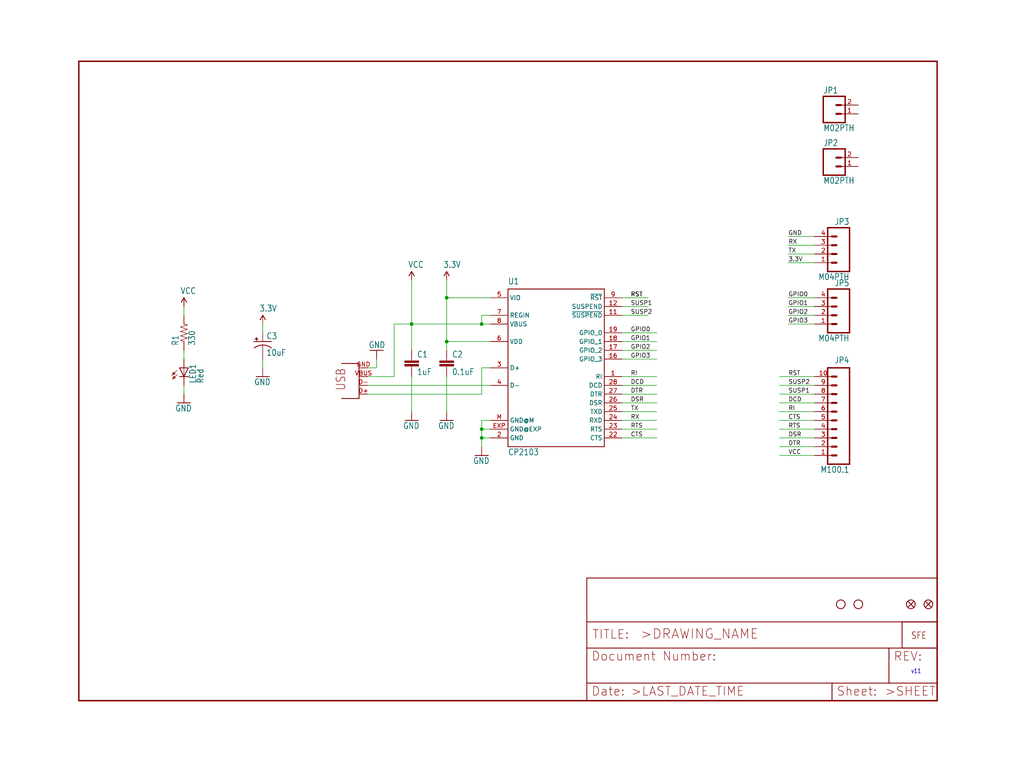
<source format=kicad_sch>
(kicad_sch (version 20211123) (generator eeschema)
  (paper "User" 297.002 223.926)
  (lib_symbols
    (symbol "eagleSchem-eagle-import:3.3V" (power)
      (property "Value" "3.3V" (at -1.016 3.556 0))
      (symbol "3.3V_1_0"
        (polyline (pts (xy 0 2.54) (xy -0.762 1.27)) (stroke (width 0.254)))
        (polyline (pts (xy 0.762 1.27) (xy 0 2.54)) (stroke (width 0.254)))
        (pin power_in line (at 0 0 90) (length 2.54) (name "3.3V") (number "1"))
      )
    )
    (symbol "eagleSchem-eagle-import:CAP0402"
      (property "Reference" "C" (at 1.524 2.921 0))
      (property "Value" "CAP0402" (at 1.524 -2.159 0))
      (symbol "CAP0402_1_0"
        (rectangle (start -2.032 0.508) (end 2.032 1.016) (fill (type outline)))
        (rectangle (start -2.032 1.524) (end 2.032 2.032) (fill (type outline)))
        (polyline (pts (xy 0 0) (xy 0 0.508)) (stroke (width 0.1524)))
        (polyline (pts (xy 0 2.54) (xy 0 2.032)) (stroke (width 0.1524)))
        (pin passive line (at 0 5.08 270) (length 2.54) (name "1") (number "1"))
        (pin passive line (at 0 -2.54 90) (length 2.54) (name "2") (number "2"))
      )
    )
    (symbol "eagleSchem-eagle-import:CAP_POL1206"
      (property "Reference" "C" (at 1.016 0.635 0))
      (property "Value" "CAP_POL1206" (at 1.016 -4.191 0))
      (symbol "CAP_POL1206_1_0"
        (rectangle (start -2.253 0.668) (end -1.364 0.795) (fill (type outline)))
        (rectangle (start -1.872 0.287) (end -1.745 1.176) (fill (type outline)))
        (arc (start 0 -1.0161) (mid -1.3021 -1.2302) (end -2.4669 -1.8504) (stroke (width 0.254)))
        (polyline (pts (xy -2.54 0) (xy 2.54 0)) (stroke (width 0.254)))
        (polyline (pts (xy 0 -1.016) (xy 0 -2.54)) (stroke (width 0.1524)))
        (arc (start 2.4892 -1.8542) (mid 1.3158 -1.2195) (end 0 -1) (stroke (width 0.254)))
        (pin passive line (at 0 2.54 270) (length 2.54) (name "+") (number "A"))
        (pin passive line (at 0 -5.08 90) (length 2.54) (name "-") (number "C"))
      )
    )
    (symbol "eagleSchem-eagle-import:CP2103_USB_UART"
      (property "Reference" "IC" (at -7.62 24.13 0))
      (property "Value" "CP2103_USB_UART" (at -7.62 -25.4 0))
      (symbol "CP2103_USB_UART_1_0"
        (polyline (pts (xy -7.62 -22.86) (xy -7.62 22.86)) (stroke (width 0.254)))
        (polyline (pts (xy -7.62 22.86) (xy 20.32 22.86)) (stroke (width 0.254)))
        (polyline (pts (xy 20.32 -22.86) (xy -7.62 -22.86)) (stroke (width 0.254)))
        (polyline (pts (xy 20.32 22.86) (xy 20.32 -22.86)) (stroke (width 0.254)))
        (pin input line (at 25.4 -2.54 180) (length 5.08) (name "RI") (number "1"))
        (pin output line (at 25.4 15.24 180) (length 5.08) (name "~{SUSPEND}") (number "11"))
        (pin output line (at 25.4 17.78 180) (length 5.08) (name "SUSPEND") (number "12"))
        (pin bidirectional line (at 25.4 2.54 180) (length 5.08) (name "GPIO_3") (number "16"))
        (pin bidirectional line (at 25.4 5.08 180) (length 5.08) (name "GPIO_2") (number "17"))
        (pin bidirectional line (at 25.4 7.62 180) (length 5.08) (name "GPIO_1") (number "18"))
        (pin bidirectional line (at 25.4 10.16 180) (length 5.08) (name "GPIO_0") (number "19"))
        (pin power_in line (at -12.7 -20.32 0) (length 5.08) (name "GND") (number "2"))
        (pin input line (at 25.4 -20.32 180) (length 5.08) (name "CTS") (number "22"))
        (pin output line (at 25.4 -17.78 180) (length 5.08) (name "RTS") (number "23"))
        (pin input line (at 25.4 -15.24 180) (length 5.08) (name "RXD") (number "24"))
        (pin output line (at 25.4 -12.7 180) (length 5.08) (name "TXD") (number "25"))
        (pin input line (at 25.4 -10.16 180) (length 5.08) (name "DSR") (number "26"))
        (pin output line (at 25.4 -7.62 180) (length 5.08) (name "DTR") (number "27"))
        (pin input line (at 25.4 -5.08 180) (length 5.08) (name "DCD") (number "28"))
        (pin bidirectional line (at -12.7 0 0) (length 5.08) (name "D+") (number "3"))
        (pin bidirectional line (at -12.7 -5.08 0) (length 5.08) (name "D-") (number "4"))
        (pin power_in line (at -12.7 20.32 0) (length 5.08) (name "VIO") (number "5"))
        (pin power_in line (at -12.7 7.62 0) (length 5.08) (name "VDD") (number "6"))
        (pin passive line (at -12.7 15.24 0) (length 5.08) (name "REGIN") (number "7"))
        (pin input line (at -12.7 12.7 0) (length 5.08) (name "VBUS") (number "8"))
        (pin bidirectional line (at 25.4 20.32 180) (length 5.08) (name "~{RST}") (number "9"))
        (pin power_in line (at -12.7 -17.78 0) (length 5.08) (name "GND@EXP") (number "EXP"))
        (pin power_in line (at -12.7 -15.24 0) (length 5.08) (name "GND@M") (number "M"))
      )
    )
    (symbol "eagleSchem-eagle-import:FIDUCIAL1X2"
      (symbol "FIDUCIAL1X2_1_0"
        (polyline (pts (xy -0.762 0.762) (xy 0.762 -0.762)) (stroke (width 0.254)))
        (polyline (pts (xy 0.762 0.762) (xy -0.762 -0.762)) (stroke (width 0.254)))
        (circle (center 0 0) (radius 1.27) (stroke (width 0.254)))
      )
    )
    (symbol "eagleSchem-eagle-import:FRAME-LETTER"
      (symbol "FRAME-LETTER_1_0"
        (polyline (pts (xy 0 0) (xy 248.92 0)) (stroke (width 0.4064)))
        (polyline (pts (xy 0 185.42) (xy 0 0)) (stroke (width 0.4064)))
        (polyline (pts (xy 0 185.42) (xy 248.92 185.42)) (stroke (width 0.4064)))
        (polyline (pts (xy 248.92 185.42) (xy 248.92 0)) (stroke (width 0.4064)))
      )
      (symbol "FRAME-LETTER_2_0"
        (polyline (pts (xy 0 0) (xy 0 5.08)) (stroke (width 0.254)))
        (polyline (pts (xy 0 0) (xy 71.12 0)) (stroke (width 0.254)))
        (polyline (pts (xy 0 5.08) (xy 0 15.24)) (stroke (width 0.254)))
        (polyline (pts (xy 0 5.08) (xy 71.12 5.08)) (stroke (width 0.254)))
        (polyline (pts (xy 0 15.24) (xy 0 22.86)) (stroke (width 0.254)))
        (polyline (pts (xy 0 22.86) (xy 0 35.56)) (stroke (width 0.254)))
        (polyline (pts (xy 0 22.86) (xy 101.6 22.86)) (stroke (width 0.254)))
        (polyline (pts (xy 71.12 0) (xy 101.6 0)) (stroke (width 0.254)))
        (polyline (pts (xy 71.12 5.08) (xy 71.12 0)) (stroke (width 0.254)))
        (polyline (pts (xy 71.12 5.08) (xy 87.63 5.08)) (stroke (width 0.254)))
        (polyline (pts (xy 87.63 5.08) (xy 101.6 5.08)) (stroke (width 0.254)))
        (polyline (pts (xy 87.63 15.24) (xy 0 15.24)) (stroke (width 0.254)))
        (polyline (pts (xy 87.63 15.24) (xy 87.63 5.08)) (stroke (width 0.254)))
        (polyline (pts (xy 101.6 5.08) (xy 101.6 0)) (stroke (width 0.254)))
        (polyline (pts (xy 101.6 15.24) (xy 87.63 15.24)) (stroke (width 0.254)))
        (polyline (pts (xy 101.6 15.24) (xy 101.6 5.08)) (stroke (width 0.254)))
        (polyline (pts (xy 101.6 22.86) (xy 101.6 15.24)) (stroke (width 0.254)))
        (polyline (pts (xy 101.6 35.56) (xy 0 35.56)) (stroke (width 0.254)))
        (polyline (pts (xy 101.6 35.56) (xy 101.6 22.86)) (stroke (width 0.254)))
        (text ">DRAWING_NAME" (at 15.494 17.78 0) (effects (font (size 2.7432 2.7432)) (justify left bottom)))
        (text ">LAST_DATE_TIME" (at 12.7 1.27 0) (effects (font (size 2.54 2.54)) (justify left bottom)))
        (text ">SHEET" (at 86.36 1.27 0) (effects (font (size 2.54 2.54)) (justify left bottom)))
        (text "Date:" (at 1.27 1.27 0) (effects (font (size 2.54 2.54)) (justify left bottom)))
        (text "Document Number:" (at 1.27 11.43 0) (effects (font (size 2.54 2.54)) (justify left bottom)))
        (text "REV:" (at 88.9 11.43 0) (effects (font (size 2.54 2.54)) (justify left bottom)))
        (text "Sheet:" (at 72.39 1.27 0) (effects (font (size 2.54 2.54)) (justify left bottom)))
        (text "TITLE:" (at 1.524 17.78 0) (effects (font (size 2.54 2.54)) (justify left bottom)))
      )
    )
    (symbol "eagleSchem-eagle-import:GND" (power)
      (property "Value" "GND" (at -2.54 -2.54 0))
      (symbol "GND_1_0"
        (polyline (pts (xy -1.905 0) (xy 1.905 0)) (stroke (width 0.254)))
        (pin power_in line (at 0 2.54 270) (length 2.54) (name "GND") (number "1"))
      )
    )
    (symbol "eagleSchem-eagle-import:LED1206"
      (property "Reference" "LED" (at 3.556 -4.572 90))
      (property "Value" "LED1206" (at 5.715 -4.572 90))
      (symbol "LED1206_1_0"
        (polyline (pts (xy -2.032 -0.762) (xy -3.429 -2.159)) (stroke (width 0.1524)))
        (polyline (pts (xy -1.905 -1.905) (xy -3.302 -3.302)) (stroke (width 0.1524)))
        (polyline (pts (xy 0 -2.54) (xy -1.27 -2.54)) (stroke (width 0.254)))
        (polyline (pts (xy 0 -2.54) (xy -1.27 0)) (stroke (width 0.254)))
        (polyline (pts (xy 0 0) (xy -1.27 0)) (stroke (width 0.254)))
        (polyline (pts (xy 0 0) (xy 0 -2.54)) (stroke (width 0.1524)))
        (polyline (pts (xy 1.27 -2.54) (xy 0 -2.54)) (stroke (width 0.254)))
        (polyline (pts (xy 1.27 0) (xy 0 -2.54)) (stroke (width 0.254)))
        (polyline (pts (xy 1.27 0) (xy 0 0)) (stroke (width 0.254)))
        (polyline (pts (xy -3.429 -2.159) (xy -3.048 -1.27) (xy -2.54 -1.778)) (fill (type outline)))
        (polyline (pts (xy -3.302 -3.302) (xy -2.921 -2.413) (xy -2.413 -2.921)) (fill (type outline)))
        (pin passive line (at 0 2.54 270) (length 2.54) (name "A") (number "A"))
        (pin passive line (at 0 -5.08 90) (length 2.54) (name "C") (number "C"))
      )
    )
    (symbol "eagleSchem-eagle-import:LOGO-SFENEW"
      (symbol "LOGO-SFENEW_1_0"
        (polyline (pts (xy -2.54 -2.54) (xy 7.62 -2.54)) (stroke (width 0.254)))
        (polyline (pts (xy -2.54 5.08) (xy -2.54 -2.54)) (stroke (width 0.254)))
        (polyline (pts (xy 7.62 -2.54) (xy 7.62 5.08)) (stroke (width 0.254)))
        (polyline (pts (xy 7.62 5.08) (xy -2.54 5.08)) (stroke (width 0.254)))
        (text "SFE" (at 0 0 0) (effects (font (size 1.9304 1.6408)) (justify left bottom)))
      )
    )
    (symbol "eagleSchem-eagle-import:M02PTH"
      (property "Reference" "JP" (at -2.54 5.842 0))
      (property "Value" "M02PTH" (at -2.54 -5.08 0))
      (symbol "M02PTH_1_0"
        (polyline (pts (xy -2.54 5.08) (xy -2.54 -2.54)) (stroke (width 0.4064)))
        (polyline (pts (xy -2.54 5.08) (xy 3.81 5.08)) (stroke (width 0.4064)))
        (polyline (pts (xy 1.27 0) (xy 2.54 0)) (stroke (width 0.6096)))
        (polyline (pts (xy 1.27 2.54) (xy 2.54 2.54)) (stroke (width 0.6096)))
        (polyline (pts (xy 3.81 -2.54) (xy -2.54 -2.54)) (stroke (width 0.4064)))
        (polyline (pts (xy 3.81 -2.54) (xy 3.81 5.08)) (stroke (width 0.4064)))
        (pin passive line (at 7.62 0 180) (length 5.08) (name "1") (number "1"))
        (pin passive line (at 7.62 2.54 180) (length 5.08) (name "2") (number "2"))
      )
    )
    (symbol "eagleSchem-eagle-import:M04PTH"
      (property "Reference" "JP" (at -5.08 8.382 0))
      (property "Value" "M04PTH" (at -5.08 -7.62 0))
      (symbol "M04PTH_1_0"
        (polyline (pts (xy -5.08 7.62) (xy -5.08 -5.08)) (stroke (width 0.4064)))
        (polyline (pts (xy -5.08 7.62) (xy 1.27 7.62)) (stroke (width 0.4064)))
        (polyline (pts (xy -1.27 -2.54) (xy 0 -2.54)) (stroke (width 0.6096)))
        (polyline (pts (xy -1.27 0) (xy 0 0)) (stroke (width 0.6096)))
        (polyline (pts (xy -1.27 2.54) (xy 0 2.54)) (stroke (width 0.6096)))
        (polyline (pts (xy -1.27 5.08) (xy 0 5.08)) (stroke (width 0.6096)))
        (polyline (pts (xy 1.27 -5.08) (xy -5.08 -5.08)) (stroke (width 0.4064)))
        (polyline (pts (xy 1.27 -5.08) (xy 1.27 7.62)) (stroke (width 0.4064)))
        (pin passive line (at 5.08 -2.54 180) (length 5.08) (name "1") (number "1"))
        (pin passive line (at 5.08 0 180) (length 5.08) (name "2") (number "2"))
        (pin passive line (at 5.08 2.54 180) (length 5.08) (name "3") (number "3"))
        (pin passive line (at 5.08 5.08 180) (length 5.08) (name "4") (number "4"))
      )
    )
    (symbol "eagleSchem-eagle-import:M100.1"
      (property "Reference" "JP" (at 0 8.89 0))
      (property "Value" "M100.1" (at 0 -22.86 0))
      (symbol "M100.1_1_0"
        (polyline (pts (xy 0 7.62) (xy 0 -20.32)) (stroke (width 0.4064)))
        (polyline (pts (xy 0 7.62) (xy 6.35 7.62)) (stroke (width 0.4064)))
        (polyline (pts (xy 3.81 -17.78) (xy 5.08 -17.78)) (stroke (width 0.6096)))
        (polyline (pts (xy 3.81 -15.24) (xy 5.08 -15.24)) (stroke (width 0.6096)))
        (polyline (pts (xy 3.81 -12.7) (xy 5.08 -12.7)) (stroke (width 0.6096)))
        (polyline (pts (xy 3.81 -10.16) (xy 5.08 -10.16)) (stroke (width 0.6096)))
        (polyline (pts (xy 3.81 -7.62) (xy 5.08 -7.62)) (stroke (width 0.6096)))
        (polyline (pts (xy 3.81 -5.08) (xy 5.08 -5.08)) (stroke (width 0.6096)))
        (polyline (pts (xy 3.81 -2.54) (xy 5.08 -2.54)) (stroke (width 0.6096)))
        (polyline (pts (xy 3.81 0) (xy 5.08 0)) (stroke (width 0.6096)))
        (polyline (pts (xy 3.81 2.54) (xy 5.08 2.54)) (stroke (width 0.6096)))
        (polyline (pts (xy 3.81 5.08) (xy 5.08 5.08)) (stroke (width 0.6096)))
        (polyline (pts (xy 6.35 -20.32) (xy 0 -20.32)) (stroke (width 0.4064)))
        (polyline (pts (xy 6.35 -20.32) (xy 6.35 7.62)) (stroke (width 0.4064)))
        (pin passive line (at 10.16 -17.78 180) (length 5.08) (name "1") (number "1"))
        (pin passive line (at 10.16 5.08 180) (length 5.08) (name "10") (number "10"))
        (pin passive line (at 10.16 -15.24 180) (length 5.08) (name "2") (number "2"))
        (pin passive line (at 10.16 -12.7 180) (length 5.08) (name "3") (number "3"))
        (pin passive line (at 10.16 -10.16 180) (length 5.08) (name "4") (number "4"))
        (pin passive line (at 10.16 -7.62 180) (length 5.08) (name "5") (number "5"))
        (pin passive line (at 10.16 -5.08 180) (length 5.08) (name "6") (number "6"))
        (pin passive line (at 10.16 -2.54 180) (length 5.08) (name "7") (number "7"))
        (pin passive line (at 10.16 0 180) (length 5.08) (name "8") (number "8"))
        (pin passive line (at 10.16 2.54 180) (length 5.08) (name "9") (number "9"))
      )
    )
    (symbol "eagleSchem-eagle-import:RESISTOR0402"
      (property "Reference" "R" (at -3.81 1.4986 0))
      (property "Value" "RESISTOR0402" (at -3.81 -3.302 0))
      (symbol "RESISTOR0402_1_0"
        (polyline (pts (xy -2.54 0) (xy -2.159 1.016)) (stroke (width 0.1524)))
        (polyline (pts (xy -2.159 1.016) (xy -1.524 -1.016)) (stroke (width 0.1524)))
        (polyline (pts (xy -1.524 -1.016) (xy -0.889 1.016)) (stroke (width 0.1524)))
        (polyline (pts (xy -0.889 1.016) (xy -0.254 -1.016)) (stroke (width 0.1524)))
        (polyline (pts (xy -0.254 -1.016) (xy 0.381 1.016)) (stroke (width 0.1524)))
        (polyline (pts (xy 0.381 1.016) (xy 1.016 -1.016)) (stroke (width 0.1524)))
        (polyline (pts (xy 1.016 -1.016) (xy 1.651 1.016)) (stroke (width 0.1524)))
        (polyline (pts (xy 1.651 1.016) (xy 2.286 -1.016)) (stroke (width 0.1524)))
        (polyline (pts (xy 2.286 -1.016) (xy 2.54 0)) (stroke (width 0.1524)))
        (pin passive line (at -5.08 0 0) (length 2.54) (name "1") (number "1"))
        (pin passive line (at 5.08 0 180) (length 2.54) (name "2") (number "2"))
      )
    )
    (symbol "eagleSchem-eagle-import:STAND-OFF"
      (symbol "STAND-OFF_1_0"
        (circle (center 0 0) (radius 1.27) (stroke (width 0.254)))
      )
    )
    (symbol "eagleSchem-eagle-import:USBPTH"
      (symbol "USBPTH_1_0"
        (polyline (pts (xy 0 -1.27) (xy 5.08 -1.27)) (stroke (width 0.254)))
        (polyline (pts (xy 0 8.89) (xy 0 -1.27)) (stroke (width 0.254)))
        (polyline (pts (xy 5.08 8.89) (xy 0 8.89)) (stroke (width 0.254)))
        (text "USB" (at 3.81 0 900) (effects (font (size 2.54 2.159)) (justify left bottom)))
        (pin bidirectional line (at -2.54 7.62 0) (length 2.54) (name "D+") (number "D+"))
        (pin bidirectional line (at -2.54 5.08 0) (length 2.54) (name "D-") (number "D-"))
        (pin bidirectional line (at -2.54 0 0) (length 2.54) (name "GND") (number "GND"))
        (pin bidirectional line (at -2.54 2.54 0) (length 2.54) (name "VBUS") (number "VBUS"))
      )
    )
    (symbol "eagleSchem-eagle-import:VCC" (power)
      (property "Value" "VCC" (at -1.016 3.556 0))
      (symbol "VCC_1_0"
        (polyline (pts (xy 0 2.54) (xy -0.762 1.27)) (stroke (width 0.254)))
        (polyline (pts (xy 0.762 1.27) (xy 0 2.54)) (stroke (width 0.254)))
        (pin power_in line (at 0 0 90) (length 2.54) (name "VCC") (number "1"))
      )
    )
  )
  (junction (at 119.38 93.98))
  (junction (at 139.7 127))
  (junction (at 129.54 99.06))
  (junction (at 129.54 86.36))
  (junction (at 139.7 93.98))
  (junction (at 139.7 124.46))
  (wire (pts (xy 139.7 124.46) (xy 142.24 124.46)))
  (wire (pts (xy 129.54 109.22) (xy 129.54 119.38)))
  (wire (pts (xy 114.3 93.98) (xy 119.38 93.98)))
  (wire (pts (xy 139.7 114.3) (xy 106.68 114.3)))
  (wire (pts (xy 180.34 109.22) (xy 190.5 109.22)))
  (wire (pts (xy 142.24 99.06) (xy 129.54 99.06)))
  (wire (pts (xy 129.54 99.06) (xy 129.54 86.36)))
  (wire (pts (xy 236.22 132.08) (xy 226.06 132.08)))
  (wire (pts (xy 236.22 93.98) (xy 228.6 93.98)))
  (wire (pts (xy 139.7 91.44) (xy 142.24 91.44)))
  (wire (pts (xy 236.22 129.54) (xy 226.06 129.54)))
  (wire (pts (xy 180.34 104.14) (xy 190.5 104.14)))
  (wire (pts (xy 180.34 114.3) (xy 190.5 114.3)))
  (wire (pts (xy 180.34 111.76) (xy 190.5 111.76)))
  (wire (pts (xy 106.68 111.76) (xy 142.24 111.76)))
  (wire (pts (xy 119.38 93.98) (xy 139.7 93.98)))
  (wire (pts (xy 139.7 127) (xy 142.24 127)))
  (wire (pts (xy 119.38 81.28) (xy 119.38 93.98)))
  (wire (pts (xy 119.38 101.6) (xy 119.38 93.98)))
  (wire (pts (xy 139.7 91.44) (xy 139.7 93.98)))
  (wire (pts (xy 129.54 101.6) (xy 129.54 99.06)))
  (wire (pts (xy 180.34 124.46) (xy 190.5 124.46)))
  (wire (pts (xy 106.68 109.22) (xy 114.3 109.22)))
  (wire (pts (xy 236.22 111.76) (xy 226.06 111.76)))
  (wire (pts (xy 236.22 76.2) (xy 228.6 76.2)))
  (wire (pts (xy 180.34 116.84) (xy 190.5 116.84)))
  (wire (pts (xy 180.34 119.38) (xy 190.5 119.38)))
  (wire (pts (xy 180.34 88.9) (xy 187.96 88.9)))
  (wire (pts (xy 180.34 91.44) (xy 187.96 91.44)))
  (wire (pts (xy 180.34 101.6) (xy 190.5 101.6)))
  (wire (pts (xy 139.7 121.92) (xy 139.7 124.46)))
  (wire (pts (xy 129.54 86.36) (xy 129.54 81.28)))
  (wire (pts (xy 180.34 96.52) (xy 190.5 96.52)))
  (wire (pts (xy 109.22 104.14) (xy 109.22 106.68)))
  (wire (pts (xy 142.24 86.36) (xy 129.54 86.36)))
  (wire (pts (xy 53.34 104.14) (xy 53.34 101.6)))
  (wire (pts (xy 180.34 121.92) (xy 190.5 121.92)))
  (wire (pts (xy 236.22 73.66) (xy 228.6 73.66)))
  (wire (pts (xy 53.34 88.9) (xy 53.34 91.44)))
  (wire (pts (xy 139.7 106.68) (xy 142.24 106.68)))
  (wire (pts (xy 109.22 106.68) (xy 106.68 106.68)))
  (wire (pts (xy 180.34 86.36) (xy 187.96 86.36)))
  (wire (pts (xy 236.22 124.46) (xy 226.06 124.46)))
  (wire (pts (xy 139.7 124.46) (xy 139.7 127)))
  (wire (pts (xy 76.2 106.68) (xy 76.2 104.14)))
  (wire (pts (xy 236.22 127) (xy 226.06 127)))
  (wire (pts (xy 119.38 119.38) (xy 119.38 109.22)))
  (wire (pts (xy 236.22 71.12) (xy 228.6 71.12)))
  (wire (pts (xy 139.7 106.68) (xy 139.7 114.3)))
  (wire (pts (xy 139.7 127) (xy 139.7 129.54)))
  (wire (pts (xy 236.22 68.58) (xy 228.6 68.58)))
  (wire (pts (xy 114.3 109.22) (xy 114.3 93.98)))
  (wire (pts (xy 236.22 116.84) (xy 226.06 116.84)))
  (wire (pts (xy 236.22 91.44) (xy 228.6 91.44)))
  (wire (pts (xy 236.22 121.92) (xy 226.06 121.92)))
  (wire (pts (xy 236.22 114.3) (xy 226.06 114.3)))
  (wire (pts (xy 236.22 119.38) (xy 226.06 119.38)))
  (wire (pts (xy 180.34 127) (xy 190.5 127)))
  (wire (pts (xy 236.22 86.36) (xy 228.6 86.36)))
  (wire (pts (xy 180.34 99.06) (xy 190.5 99.06)))
  (wire (pts (xy 53.34 114.3) (xy 53.34 111.76)))
  (wire (pts (xy 139.7 93.98) (xy 142.24 93.98)))
  (wire (pts (xy 76.2 93.98) (xy 76.2 96.52)))
  (wire (pts (xy 236.22 109.22) (xy 226.06 109.22)))
  (wire (pts (xy 236.22 88.9) (xy 228.6 88.9)))
  (wire (pts (xy 139.7 121.92) (xy 142.24 121.92)))
  (text "v11" (at 264.16 195.58 180) (effects (font (size 1.27 1.0795)) (justify left bottom)))
  (label "GPIO2" (at 182.88 101.6 0) (effects (font (size 1.2446 1.2446))))
  (label "TX" (at 228.6 73.66 0) (effects (font (size 1.2446 1.2446))))
  (label "RX" (at 182.88 121.92 0) (effects (font (size 1.2446 1.2446))))
  (label "3.3V" (at 228.6 76.2 0) (effects (font (size 1.2446 1.2446))))
  (label "RST" (at 182.88 86.36 0) (effects (font (size 1.2446 1.2446))))
  (label "DSR" (at 182.88 116.84 0) (effects (font (size 1.2446 1.2446))))
  (label "GND" (at 228.6 68.58 0) (effects (font (size 1.2446 1.2446))))
  (label "DTR" (at 182.88 114.3 0) (effects (font (size 1.2446 1.2446))))
  (label "GPIO0" (at 182.88 96.52 0) (effects (font (size 1.2446 1.2446))))
  (label "GPIO3" (at 228.6 93.98 0) (effects (font (size 1.2446 1.2446))))
  (label "VCC" (at 228.6 132.08 0) (effects (font (size 1.2446 1.2446))))
  (label "DTR" (at 228.6 129.54 0) (effects (font (size 1.2446 1.2446))))
  (label "SUSP1" (at 228.6 114.3 0) (effects (font (size 1.2446 1.2446))))
  (label "DCD" (at 228.6 116.84 0) (effects (font (size 1.2446 1.2446))))
  (label "SUSP2" (at 228.6 111.76 0) (effects (font (size 1.2446 1.2446))))
  (label "RTS" (at 228.6 124.46 0) (effects (font (size 1.2446 1.2446))))
  (label "GPIO2" (at 228.6 91.44 0) (effects (font (size 1.2446 1.2446))))
  (label "GPIO3" (at 182.88 104.14 0) (effects (font (size 1.2446 1.2446))))
  (label "SUSP1" (at 182.88 88.9 0) (effects (font (size 1.2446 1.2446))))
  (label "RI" (at 228.6 119.38 0) (effects (font (size 1.2446 1.2446))))
  (label "GPIO1" (at 182.88 99.06 0) (effects (font (size 1.2446 1.2446))))
  (label "CTS" (at 228.6 121.92 0) (effects (font (size 1.2446 1.2446))))
  (label "RTS" (at 182.88 124.46 0) (effects (font (size 1.2446 1.2446))))
  (label "RST" (at 228.6 109.22 0) (effects (font (size 1.2446 1.2446))))
  (label "RX" (at 228.6 71.12 0) (effects (font (size 1.2446 1.2446))))
  (label "CTS" (at 182.88 127 0) (effects (font (size 1.2446 1.2446))))
  (label "DCD" (at 182.88 111.76 0) (effects (font (size 1.2446 1.2446))))
  (label "RI" (at 182.88 109.22 0) (effects (font (size 1.2446 1.2446))))
  (label "RST" (at 182.88 86.36 0) (effects (font (size 1.2446 1.2446))))
  (label "SUSP2" (at 182.88 91.44 0) (effects (font (size 1.2446 1.2446))))
  (label "GPIO0" (at 228.6 86.36 0) (effects (font (size 1.2446 1.2446))))
  (label "DSR" (at 228.6 127 0) (effects (font (size 1.2446 1.2446))))
  (label "TX" (at 182.88 119.38 0) (effects (font (size 1.2446 1.2446))))
  (label "GPIO1" (at 228.6 88.9 0) (effects (font (size 1.2446 1.2446))))
  (symbol (lib_id "eagleSchem-eagle-import:LED1206") (at 53.34 106.68 0) (unit 1)
    (property "Reference" "LED1" (at 56.896 111.252 90) (effects (font (size 1.778 1.5113)) (justify left bottom)))
    (property "Value" "Red" (at 59.055 111.252 90) (effects (font (size 1.778 1.5113)) (justify left bottom)))
    (property "Footprint" "eagleSchem:LED-1206" (effects hide))
  )
  (symbol (lib_id "eagleSchem-eagle-import:3.3V") (at 76.2 93.98 0) (unit 1)
    (property "Reference" "#P+1" (effects hide))
    (property "Value" "3.3V" (at 75.184 90.424 0) (effects (font (size 1.778 1.5113)) (justify left bottom)))
    (property "Footprint" "eagleSchem:" (effects hide))
  )
  (symbol (lib_id "eagleSchem-eagle-import:STAND-OFF") (at 243.84 175.26 0) (unit 1)
    (property "Reference" "U$6" (effects hide))
    (property "Value" "STAND-OFF" (effects hide))
    (property "Footprint" "eagleSchem:STAND-OFF" (effects hide))
  )
  (symbol (lib_id "eagleSchem-eagle-import:GND") (at 53.34 116.84 0) (unit 1)
    (property "Reference" "#GND4" (effects hide))
    (property "Value" "GND" (at 50.8 119.38 0) (effects (font (size 1.778 1.5113)) (justify left bottom)))
    (property "Footprint" "eagleSchem:" (effects hide))
  )
  (symbol (lib_id "eagleSchem-eagle-import:STAND-OFF") (at 248.92 175.26 0) (unit 1)
    (property "Reference" "U$7" (effects hide))
    (property "Value" "STAND-OFF" (effects hide))
    (property "Footprint" "eagleSchem:STAND-OFF" (effects hide))
  )
  (symbol (lib_id "eagleSchem-eagle-import:GND") (at 109.22 101.6 180) (unit 1)
    (property "Reference" "#GND2" (effects hide))
    (property "Value" "GND" (at 111.76 99.06 0) (effects (font (size 1.778 1.5113)) (justify left bottom)))
    (property "Footprint" "eagleSchem:" (effects hide))
  )
  (symbol (lib_id "eagleSchem-eagle-import:GND") (at 119.38 121.92 0) (unit 1)
    (property "Reference" "#GND6" (effects hide))
    (property "Value" "GND" (at 116.84 124.46 0) (effects (font (size 1.778 1.5113)) (justify left bottom)))
    (property "Footprint" "eagleSchem:" (effects hide))
  )
  (symbol (lib_id "eagleSchem-eagle-import:CAP0402") (at 119.38 106.68 0) (unit 1)
    (property "Reference" "C1" (at 120.904 103.759 0) (effects (font (size 1.778 1.5113)) (justify left bottom)))
    (property "Value" "1uF" (at 120.904 108.839 0) (effects (font (size 1.778 1.5113)) (justify left bottom)))
    (property "Footprint" "eagleSchem:C0402" (effects hide))
  )
  (symbol (lib_id "eagleSchem-eagle-import:M04PTH") (at 241.3 91.44 0) (mirror y) (unit 1)
    (property "Reference" "JP5" (at 246.38 83.058 0) (effects (font (size 1.778 1.5113)) (justify left bottom)))
    (property "Value" "M04PTH" (at 246.38 99.06 0) (effects (font (size 1.778 1.5113)) (justify left bottom)))
    (property "Footprint" "eagleSchem:1X04" (effects hide))
  )
  (symbol (lib_id "eagleSchem-eagle-import:LOGO-SFENEW") (at 264.16 185.42 0) (unit 1)
    (property "Reference" "U$1" (effects hide))
    (property "Value" "LOGO-SFENEW" (effects hide))
    (property "Footprint" "eagleSchem:SFE-NEW-WEBLOGO" (effects hide))
  )
  (symbol (lib_id "eagleSchem-eagle-import:VCC") (at 53.34 88.9 0) (unit 1)
    (property "Reference" "#P+3" (effects hide))
    (property "Value" "VCC" (at 52.324 85.344 0) (effects (font (size 1.778 1.5113)) (justify left bottom)))
    (property "Footprint" "eagleSchem:" (effects hide))
  )
  (symbol (lib_id "eagleSchem-eagle-import:USBPTH") (at 104.14 106.68 180) (unit 1)
    (property "Reference" "X1" (effects hide))
    (property "Value" "USBPTH" (effects hide))
    (property "Footprint" "eagleSchem:USB-B-PTH" (effects hide))
  )
  (symbol (lib_id "eagleSchem-eagle-import:FRAME-LETTER") (at 170.18 203.2 0) (unit 2)
    (property "Reference" "#FRAME1" (effects hide))
    (property "Value" "FRAME-LETTER" (effects hide))
    (property "Footprint" "eagleSchem:" (effects hide))
  )
  (symbol (lib_id "eagleSchem-eagle-import:GND") (at 139.7 132.08 0) (unit 1)
    (property "Reference" "#GND1" (effects hide))
    (property "Value" "GND" (at 137.16 134.62 0) (effects (font (size 1.778 1.5113)) (justify left bottom)))
    (property "Footprint" "eagleSchem:" (effects hide))
  )
  (symbol (lib_id "eagleSchem-eagle-import:3.3V") (at 129.54 81.28 0) (unit 1)
    (property "Reference" "#P+2" (effects hide))
    (property "Value" "3.3V" (at 128.524 77.724 0) (effects (font (size 1.778 1.5113)) (justify left bottom)))
    (property "Footprint" "eagleSchem:" (effects hide))
  )
  (symbol (lib_id "eagleSchem-eagle-import:FRAME-LETTER") (at 22.86 203.2 0) (unit 1)
    (property "Reference" "#FRAME1" (effects hide))
    (property "Value" "FRAME-LETTER" (effects hide))
    (property "Footprint" "eagleSchem:" (effects hide))
  )
  (symbol (lib_id "eagleSchem-eagle-import:CP2103_USB_UART") (at 154.94 106.68 0) (unit 1)
    (property "Reference" "U1" (at 147.32 82.55 0) (effects (font (size 1.778 1.5113)) (justify left bottom)))
    (property "Value" "CP2103" (at 147.32 132.08 0) (effects (font (size 1.778 1.5113)) (justify left bottom)))
    (property "Footprint" "eagleSchem:MLP28" (effects hide))
  )
  (symbol (lib_id "eagleSchem-eagle-import:VCC") (at 119.38 81.28 0) (unit 1)
    (property "Reference" "#P+5" (effects hide))
    (property "Value" "VCC" (at 118.364 77.724 0) (effects (font (size 1.778 1.5113)) (justify left bottom)))
    (property "Footprint" "eagleSchem:" (effects hide))
  )
  (symbol (lib_id "eagleSchem-eagle-import:RESISTOR0402") (at 53.34 96.52 90) (unit 1)
    (property "Reference" "R1" (at 51.8414 100.33 0) (effects (font (size 1.778 1.5113)) (justify left bottom)))
    (property "Value" "330" (at 56.642 100.33 0) (effects (font (size 1.778 1.5113)) (justify left bottom)))
    (property "Footprint" "eagleSchem:C0402" (effects hide))
  )
  (symbol (lib_id "eagleSchem-eagle-import:M02PTH") (at 241.3 48.26 0) (unit 1)
    (property "Reference" "JP2" (at 238.76 42.418 0) (effects (font (size 1.778 1.5113)) (justify left bottom)))
    (property "Value" "M02PTH" (at 238.76 53.34 0) (effects (font (size 1.778 1.5113)) (justify left bottom)))
    (property "Footprint" "eagleSchem:1X02" (effects hide))
  )
  (symbol (lib_id "eagleSchem-eagle-import:FIDUCIAL1X2") (at 264.16 175.26 0) (unit 1)
    (property "Reference" "U$3" (effects hide))
    (property "Value" "FIDUCIAL1X2" (effects hide))
    (property "Footprint" "eagleSchem:FIDUCIAL-1X2" (effects hide))
  )
  (symbol (lib_id "eagleSchem-eagle-import:M02PTH") (at 241.3 33.02 0) (unit 1)
    (property "Reference" "JP1" (at 238.76 27.178 0) (effects (font (size 1.778 1.5113)) (justify left bottom)))
    (property "Value" "M02PTH" (at 238.76 38.1 0) (effects (font (size 1.778 1.5113)) (justify left bottom)))
    (property "Footprint" "eagleSchem:1X02" (effects hide))
  )
  (symbol (lib_id "eagleSchem-eagle-import:GND") (at 129.54 121.92 0) (unit 1)
    (property "Reference" "#GND5" (effects hide))
    (property "Value" "GND" (at 127 124.46 0) (effects (font (size 1.778 1.5113)) (justify left bottom)))
    (property "Footprint" "eagleSchem:" (effects hide))
  )
  (symbol (lib_id "eagleSchem-eagle-import:CAP_POL1206") (at 76.2 99.06 0) (unit 1)
    (property "Reference" "C3" (at 77.216 98.425 0) (effects (font (size 1.778 1.5113)) (justify left bottom)))
    (property "Value" "10uF" (at 77.216 103.251 0) (effects (font (size 1.778 1.5113)) (justify left bottom)))
    (property "Footprint" "eagleSchem:EIA3216" (effects hide))
  )
  (symbol (lib_id "eagleSchem-eagle-import:CAP0402") (at 129.54 106.68 0) (unit 1)
    (property "Reference" "C2" (at 131.064 103.759 0) (effects (font (size 1.778 1.5113)) (justify left bottom)))
    (property "Value" "0.1uF" (at 131.064 108.839 0) (effects (font (size 1.778 1.5113)) (justify left bottom)))
    (property "Footprint" "eagleSchem:C0402" (effects hide))
  )
  (symbol (lib_id "eagleSchem-eagle-import:M100.1") (at 246.38 114.3 0) (mirror y) (unit 1)
    (property "Reference" "JP4" (at 246.38 105.41 0) (effects (font (size 1.778 1.5113)) (justify left bottom)))
    (property "Value" "M100.1" (at 246.38 137.16 0) (effects (font (size 1.778 1.5113)) (justify left bottom)))
    (property "Footprint" "eagleSchem:1X10" (effects hide))
  )
  (symbol (lib_id "eagleSchem-eagle-import:GND") (at 76.2 109.22 0) (unit 1)
    (property "Reference" "#GND3" (effects hide))
    (property "Value" "GND" (at 73.66 111.76 0) (effects (font (size 1.778 1.5113)) (justify left bottom)))
    (property "Footprint" "eagleSchem:" (effects hide))
  )
  (symbol (lib_id "eagleSchem-eagle-import:FIDUCIAL1X2") (at 269.24 175.26 0) (unit 1)
    (property "Reference" "U$2" (effects hide))
    (property "Value" "FIDUCIAL1X2" (effects hide))
    (property "Footprint" "eagleSchem:FIDUCIAL-1X2" (effects hide))
  )
  (symbol (lib_id "eagleSchem-eagle-import:M04PTH") (at 241.3 73.66 0) (mirror y) (unit 1)
    (property "Reference" "JP3" (at 246.38 65.278 0) (effects (font (size 1.778 1.5113)) (justify left bottom)))
    (property "Value" "M04PTH" (at 246.38 81.28 0) (effects (font (size 1.778 1.5113)) (justify left bottom)))
    (property "Footprint" "eagleSchem:1X04" (effects hide))
  )
)
</source>
